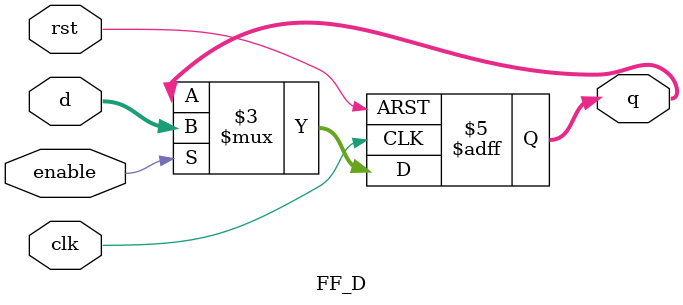
<source format=sv>
module FF_D
#(
	parameter WIDTH = 32
)
(
	input logic 	[WIDTH-1:0]	d,
	input bit 						clk, rst, enable,
	output logic 	[WIDTH-1:0]	q
);

always@(posedge clk, negedge rst)
	begin
		if(!rst) begin
			q <= 0;
		end
		else if(enable) begin
			q <= d;
		end	
	end

endmodule

</source>
